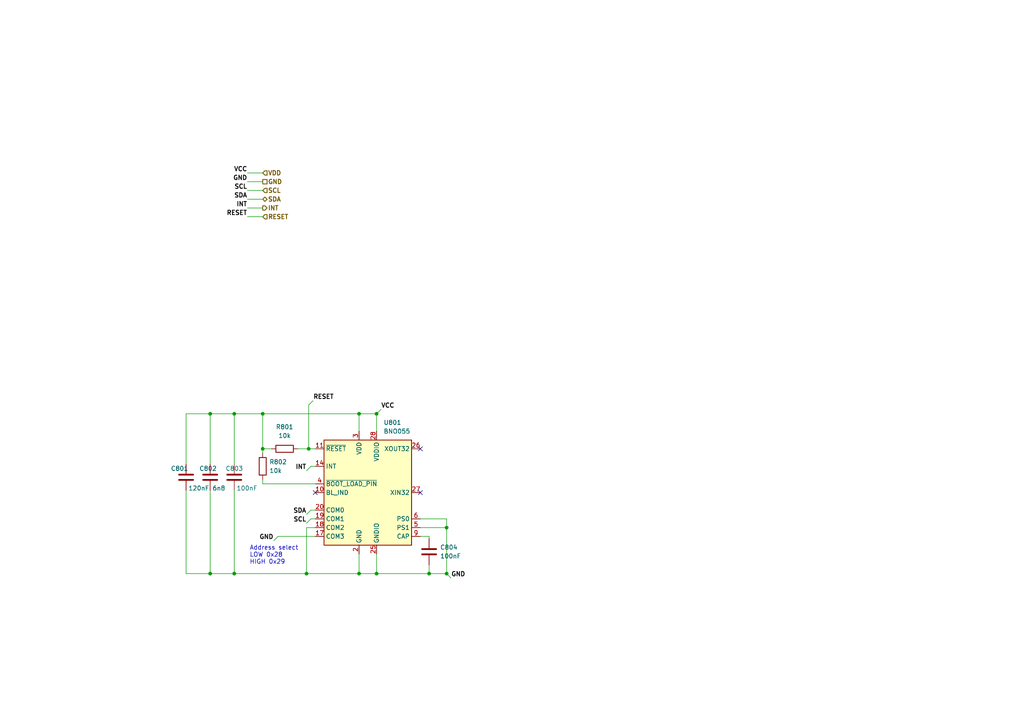
<source format=kicad_sch>
(kicad_sch (version 20211123) (generator eeschema)
  (paper "A4")
  (title_block (title "CanSat 2023") (rev "2022") (company "The Project SkyFall") (comment 1 "David Haisman"))
  (lib_symbols
    (symbol "Device:C" (pin_numbers hide) (pin_names (offset 0.254))
      (property "Reference" "C" (at 0.635 2.54 0))
      (property "Value" "C" (at 0.635 -2.54 0))
      (symbol "C_0_1"
        (polyline (pts (xy -2.032 -0.762) (xy 2.032 -0.762)) (stroke (width 0.508)))
        (polyline (pts (xy -2.032 0.762) (xy 2.032 0.762)) (stroke (width 0.508)))
      )
      (symbol "C_1_1"
        (pin passive line (at 0 3.81 270) (length 2.794) (name "~") (number "1"))
        (pin passive line (at 0 -3.81 90) (length 2.794) (name "~") (number "2"))
      )
    )
    (symbol "Device:R" (pin_numbers hide) (pin_names (offset 0))
      (property "Reference" "R" (at 2.032 0 90))
      (property "Value" "R" (at 0 0 90))
      (symbol "R_0_1"
        (rectangle (start -1.016 -2.54) (end 1.016 2.54) (stroke (width 0.254)))
      )
      (symbol "R_1_1"
        (pin passive line (at 0 3.81 270) (length 1.27) (name "~") (number "1"))
        (pin passive line (at 0 -3.81 90) (length 1.27) (name "~") (number "2"))
      )
    )
    (symbol "Sensor_Motion:BNO055"
      (property "Reference" "U" (at -11.43 16.51 0))
      (property "Value" "BNO055" (at 12.7 16.51 0))
      (symbol "BNO055_0_1"
        (rectangle (start -12.7 15.24) (end 12.7 -15.24) (stroke (width 0.254)) (fill (type background)))
      )
      (symbol "BNO055_1_1"
        (pin no_connect line (at -12.7 10.16 0) (length 2.54) hide (name "PIN1") (number "1"))
        (pin output line (at -15.24 0 0) (length 2.54) (name "BL_IND") (number "10"))
        (pin input line (at -15.24 12.7 0) (length 2.54) (name "~{RESET}") (number "11"))
        (pin no_connect line (at 12.7 10.16 180) (length 2.54) hide (name "PIN12") (number "12"))
        (pin no_connect line (at 12.7 7.62 180) (length 2.54) hide (name "PIN13") (number "13"))
        (pin output line (at -15.24 7.62 0) (length 2.54) (name "INT") (number "14"))
        (pin passive line (at 2.54 -17.78 90) (length 2.54) hide (name "GNDIO") (number "15"))
        (pin passive line (at 2.54 -17.78 90) (length 2.54) hide (name "GNDIO") (number "16"))
        (pin input line (at -15.24 -12.7 0) (length 2.54) (name "COM3") (number "17"))
        (pin bidirectional line (at -15.24 -10.16 0) (length 2.54) (name "COM2") (number "18"))
        (pin bidirectional line (at -15.24 -7.62 0) (length 2.54) (name "COM1") (number "19"))
        (pin power_in line (at -2.54 -17.78 90) (length 2.54) (name "GND") (number "2"))
        (pin bidirectional line (at -15.24 -5.08 0) (length 2.54) (name "COM0") (number "20"))
        (pin no_connect line (at 12.7 5.08 180) (length 2.54) hide (name "PIN21") (number "21"))
        (pin no_connect line (at 12.7 2.54 180) (length 2.54) hide (name "PIN22") (number "22"))
        (pin no_connect line (at 12.7 -2.54 180) (length 2.54) hide (name "PIN23") (number "23"))
        (pin no_connect line (at 12.7 -5.08 180) (length 2.54) hide (name "PIN24") (number "24"))
        (pin power_in line (at 2.54 -17.78 90) (length 2.54) (name "GNDIO") (number "25"))
        (pin output line (at 15.24 12.7 180) (length 2.54) (name "XOUT32") (number "26"))
        (pin input line (at 15.24 0 180) (length 2.54) (name "XIN32") (number "27"))
        (pin power_in line (at 2.54 17.78 270) (length 2.54) (name "VDDIO") (number "28"))
        (pin power_in line (at -2.54 17.78 270) (length 2.54) (name "VDD") (number "3"))
        (pin input line (at -15.24 2.54 0) (length 2.54) (name "~{BOOT_LOAD_PIN}") (number "4"))
        (pin input line (at 15.24 -10.16 180) (length 2.54) (name "PS1") (number "5"))
        (pin input line (at 15.24 -7.62 180) (length 2.54) (name "PS0") (number "6"))
        (pin no_connect line (at -12.7 5.08 0) (length 2.54) hide (name "PIN7") (number "7"))
        (pin no_connect line (at -12.7 -2.54 0) (length 2.54) hide (name "PIN8") (number "8"))
        (pin passive line (at 15.24 -12.7 180) (length 2.54) (name "CAP") (number "9"))
      )
    )
  )
  (junction (at 76.2 130.175))
  (junction (at 129.54 153.035))
  (junction (at 67.945 120.015))
  (junction (at 129.54 166.37))
  (junction (at 124.46 166.37))
  (junction (at 67.945 166.37))
  (junction (at 89.535 130.175))
  (junction (at 60.96 166.37))
  (junction (at 88.9 166.37))
  (junction (at 109.22 120.015))
  (junction (at 109.22 166.37))
  (junction (at 104.14 166.37))
  (junction (at 76.2 120.015))
  (junction (at 104.14 120.015))
  (junction (at 60.96 120.015))
  (no_connect (at 91.44 142.875))
  (no_connect (at 121.92 142.875))
  (no_connect (at 121.92 130.175))
  (wire (pts (xy 121.92 153.035) (xy 129.54 153.035)))
  (wire (pts (xy 53.975 134.62) (xy 53.975 120.015)))
  (wire (pts (xy 71.755 52.705) (xy 76.2 52.705)))
  (wire (pts (xy 60.96 142.24) (xy 60.96 166.37)))
  (wire (pts (xy 53.975 166.37) (xy 60.96 166.37)))
  (wire (pts (xy 90.17 147.955) (xy 88.9 149.225)))
  (wire (pts (xy 109.22 166.37) (xy 124.46 166.37)))
  (wire (pts (xy 109.22 160.655) (xy 109.22 166.37)))
  (wire (pts (xy 91.44 153.035) (xy 88.9 153.035)))
  (wire (pts (xy 104.14 160.655) (xy 104.14 166.37)))
  (wire (pts (xy 88.9 166.37) (xy 67.945 166.37)))
  (wire (pts (xy 71.755 60.325) (xy 76.2 60.325)))
  (wire (pts (xy 89.535 117.475) (xy 90.805 116.205)))
  (wire (pts (xy 124.46 155.575) (xy 124.46 156.21)))
  (wire (pts (xy 76.2 120.015) (xy 104.14 120.015)))
  (wire (pts (xy 124.46 166.37) (xy 129.54 166.37)))
  (wire (pts (xy 129.54 153.035) (xy 129.54 166.37)))
  (wire (pts (xy 67.945 166.37) (xy 67.945 142.24)))
  (wire (pts (xy 109.22 120.015) (xy 104.14 120.015)))
  (wire (pts (xy 129.54 150.495) (xy 129.54 153.035)))
  (wire (pts (xy 67.945 134.62) (xy 67.945 120.015)))
  (wire (pts (xy 53.975 120.015) (xy 60.96 120.015)))
  (wire (pts (xy 91.44 150.495) (xy 90.17 150.495)))
  (wire (pts (xy 60.96 166.37) (xy 67.945 166.37)))
  (wire (pts (xy 121.92 155.575) (xy 124.46 155.575)))
  (wire (pts (xy 67.945 120.015) (xy 76.2 120.015)))
  (wire (pts (xy 124.46 163.83) (xy 124.46 166.37)))
  (wire (pts (xy 104.14 125.095) (xy 104.14 120.015)))
  (wire (pts (xy 91.44 147.955) (xy 90.17 147.955)))
  (wire (pts (xy 76.2 139.065) (xy 76.2 140.335)))
  (wire (pts (xy 71.755 50.165) (xy 76.2 50.165)))
  (wire (pts (xy 109.22 125.095) (xy 109.22 120.015)))
  (wire (pts (xy 90.17 150.495) (xy 88.9 151.765)))
  (wire (pts (xy 110.49 118.745) (xy 109.22 120.015)))
  (wire (pts (xy 104.14 166.37) (xy 109.22 166.37)))
  (wire (pts (xy 90.17 135.255) (xy 88.9 136.525)))
  (wire (pts (xy 76.2 130.175) (xy 76.2 131.445)))
  (wire (pts (xy 121.92 150.495) (xy 129.54 150.495)))
  (wire (pts (xy 71.755 55.245) (xy 76.2 55.245)))
  (wire (pts (xy 76.2 130.175) (xy 78.74 130.175)))
  (wire (pts (xy 80.645 155.575) (xy 79.375 156.845)))
  (wire (pts (xy 76.2 120.015) (xy 76.2 130.175)))
  (wire (pts (xy 129.54 166.37) (xy 130.81 167.64)))
  (wire (pts (xy 89.535 130.175) (xy 91.44 130.175)))
  (wire (pts (xy 89.535 130.175) (xy 89.535 117.475)))
  (wire (pts (xy 76.2 140.335) (xy 91.44 140.335)))
  (wire (pts (xy 91.44 135.255) (xy 90.17 135.255)))
  (wire (pts (xy 91.44 155.575) (xy 80.645 155.575)))
  (wire (pts (xy 60.96 120.015) (xy 60.96 134.62)))
  (wire (pts (xy 76.2 62.865) (xy 71.755 62.865)))
  (wire (pts (xy 88.9 153.035) (xy 88.9 166.37)))
  (wire (pts (xy 104.14 166.37) (xy 88.9 166.37)))
  (wire (pts (xy 86.36 130.175) (xy 89.535 130.175)))
  (wire (pts (xy 60.96 120.015) (xy 67.945 120.015)))
  (wire (pts (xy 53.975 142.24) (xy 53.975 166.37)))
  (wire (pts (xy 71.755 57.785) (xy 76.2 57.785)))
  (text "Address select\nLOW 0x28\nHIGH 0x29" (at 72.39 163.83 0) (effects (font (size 1.27 1.27)) (justify left bottom)))
  (label "INT" (at 71.755 60.325 180) (effects (font bold)))
  (label "GND" (at 79.375 156.845 180) (effects (font bold)))
  (label "INT" (at 88.9 136.525 180) (effects (font bold)))
  (label "GND" (at 71.755 52.705 180) (effects (font bold)))
  (label "SCL" (at 88.9 151.765 180) (effects (font bold)))
  (label "VCC" (at 71.755 50.165 180) (effects (font (thickness 0.254) bold)))
  (label "GND" (at 130.81 167.64 0) (effects (font bold)))
  (label "SDA" (at 71.755 57.785 180) (effects (font bold)))
  (label "SCL" (at 71.755 55.245 180) (effects (font bold)))
  (label "SDA" (at 88.9 149.225 180) (effects (font bold)))
  (label "VCC" (at 110.49 118.745 0) (effects (font (thickness 0.254) bold)))
  (label "RESET" (at 90.805 116.205 0) (effects (font (thickness 0.254) bold)))
  (label "RESET" (at 71.755 62.865 180) (effects (font (thickness 0.254) bold)))
  (hierarchical_label "SCL" (shape input) (at 76.2 55.245 0) (effects (font (thickness 0.254) bold)))
  (hierarchical_label "SDA" (shape bidirectional) (at 76.2 57.785 0) (effects (font (thickness 0.254) bold)))
  (hierarchical_label "RESET" (shape input) (at 76.2 62.865 0) (effects (font bold)))
  (hierarchical_label "GND" (shape passive) (at 76.2 52.705 0) (effects (font (thickness 0.254) bold)))
  (hierarchical_label "INT" (shape output) (at 76.2 60.325 0) (effects (font bold)))
  (hierarchical_label "VDD" (shape input) (at 76.2 50.165 0) (effects (font (thickness 0.254) bold)))
  (symbol (lib_id "Device:R") (at 76.2 135.255 180) (unit 1)
    (property "Reference" "R802" (at 78.105 133.9849 0) (effects (justify right)))
    (property "Value" "10k" (at 78.105 136.5249 0) (effects (justify right)))
    (property "Footprint" "Resistor_SMD:R_0805_2012Metric" (effects hide))
  )
  (symbol (lib_id "Device:C") (at 60.96 138.43 0) (unit 1)
    (property "Reference" "C802" (at 57.785 135.89 0) (effects (justify left)))
    (property "Value" "6n8" (at 61.595 141.605 0) (effects (justify left)))
    (property "Footprint" "Capacitor_SMD:C_0805_2012Metric" (effects hide))
  )
  (symbol (lib_id "Device:R") (at 82.55 130.175 90) (unit 1)
    (property "Reference" "R801" (at 82.55 123.825 90))
    (property "Value" "10k" (at 82.55 126.365 90))
    (property "Footprint" "Resistor_SMD:R_0805_2012Metric" (effects hide))
  )
  (symbol (lib_id "Device:C") (at 53.975 138.43 0) (unit 1)
    (property "Reference" "C801" (at 49.53 135.89 0) (effects (justify left)))
    (property "Value" "120nF" (at 54.61 141.605 0) (effects (justify left)))
    (property "Footprint" "Capacitor_SMD:C_0805_2012Metric" (effects hide))
  )
  (symbol (lib_id "Device:C") (at 124.46 160.02 0) (unit 1)
    (property "Reference" "C804" (at 127.635 158.7499 0) (effects (justify left)))
    (property "Value" "100nF" (at 127.635 161.2899 0) (effects (justify left)))
    (property "Footprint" "Capacitor_SMD:C_0805_2012Metric" (effects hide))
  )
  (symbol (lib_id "Sensor_Motion:BNO055") (at 106.68 142.875 0) (unit 1)
    (property "Reference" "U801" (at 111.2394 122.555 0) (effects (justify left)))
    (property "Value" "BNO055" (at 111.2394 125.095 0) (effects (justify left)))
    (property "Footprint" "Package_LGA:LGA-28_5.2x3.8mm_P0.5mm" (effects hide))
    (property "Datasheet" "https://ae-bst.resource.bosch.com/media/_tech/media/datasheets/BST_BNO055_DS000_14.pdf" (effects hide))
  )
  (symbol (lib_id "Device:C") (at 67.945 138.43 0) (unit 1)
    (property "Reference" "C803" (at 65.405 135.89 0) (effects (justify left)))
    (property "Value" "100nF" (at 68.58 141.605 0) (effects (justify left)))
    (property "Footprint" "Capacitor_SMD:C_0805_2012Metric" (effects hide))
  )
)
</source>
